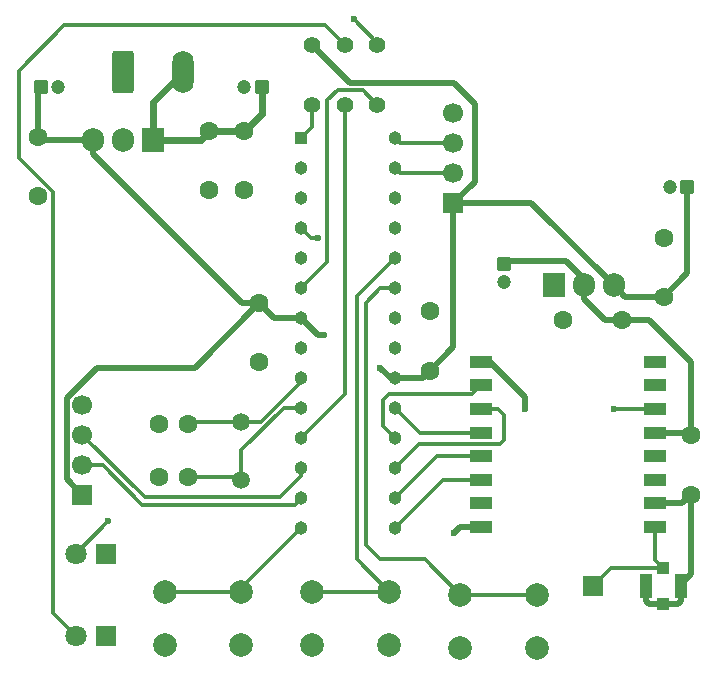
<source format=gtl>
%TF.GenerationSoftware,KiCad,Pcbnew,9.0.5-9.0.5~ubuntu24.04.1*%
%TF.CreationDate,2025-11-05T16:31:40+03:00*%
%TF.ProjectId,Lora-Based pump control circuit,4c6f7261-2d42-4617-9365-642070756d70,1.0*%
%TF.SameCoordinates,Original*%
%TF.FileFunction,Copper,L1,Top*%
%TF.FilePolarity,Positive*%
%FSLAX46Y46*%
G04 Gerber Fmt 4.6, Leading zero omitted, Abs format (unit mm)*
G04 Created by KiCad (PCBNEW 9.0.5-9.0.5~ubuntu24.04.1) date 2025-11-05 16:31:40*
%MOMM*%
%LPD*%
G01*
G04 APERTURE LIST*
G04 Aperture macros list*
%AMRoundRect*
0 Rectangle with rounded corners*
0 $1 Rounding radius*
0 $2 $3 $4 $5 $6 $7 $8 $9 X,Y pos of 4 corners*
0 Add a 4 corners polygon primitive as box body*
4,1,4,$2,$3,$4,$5,$6,$7,$8,$9,$2,$3,0*
0 Add four circle primitives for the rounded corners*
1,1,$1+$1,$2,$3*
1,1,$1+$1,$4,$5*
1,1,$1+$1,$6,$7*
1,1,$1+$1,$8,$9*
0 Add four rect primitives between the rounded corners*
20,1,$1+$1,$2,$3,$4,$5,0*
20,1,$1+$1,$4,$5,$6,$7,0*
20,1,$1+$1,$6,$7,$8,$9,0*
20,1,$1+$1,$8,$9,$2,$3,0*%
G04 Aperture macros list end*
%TA.AperFunction,ComponentPad*%
%ADD10C,1.600000*%
%TD*%
%TA.AperFunction,ComponentPad*%
%ADD11RoundRect,0.250000X0.350000X0.350000X-0.350000X0.350000X-0.350000X-0.350000X0.350000X-0.350000X0*%
%TD*%
%TA.AperFunction,ComponentPad*%
%ADD12C,1.200000*%
%TD*%
%TA.AperFunction,ComponentPad*%
%ADD13C,2.000000*%
%TD*%
%TA.AperFunction,ComponentPad*%
%ADD14C,1.400000*%
%TD*%
%TA.AperFunction,ComponentPad*%
%ADD15R,1.700000X1.700000*%
%TD*%
%TA.AperFunction,ComponentPad*%
%ADD16C,1.700000*%
%TD*%
%TA.AperFunction,ComponentPad*%
%ADD17RoundRect,0.250000X-0.650000X-1.550000X0.650000X-1.550000X0.650000X1.550000X-0.650000X1.550000X0*%
%TD*%
%TA.AperFunction,ComponentPad*%
%ADD18O,1.800000X3.600000*%
%TD*%
%TA.AperFunction,SMDPad,CuDef*%
%ADD19R,1.950000X1.050000*%
%TD*%
%TA.AperFunction,ComponentPad*%
%ADD20C,1.500000*%
%TD*%
%TA.AperFunction,ComponentPad*%
%ADD21R,1.905000X2.000000*%
%TD*%
%TA.AperFunction,ComponentPad*%
%ADD22O,1.905000X2.000000*%
%TD*%
%TA.AperFunction,ComponentPad*%
%ADD23RoundRect,0.250000X-0.350000X-0.350000X0.350000X-0.350000X0.350000X0.350000X-0.350000X0.350000X0*%
%TD*%
%TA.AperFunction,ComponentPad*%
%ADD24R,1.800000X1.800000*%
%TD*%
%TA.AperFunction,ComponentPad*%
%ADD25C,1.800000*%
%TD*%
%TA.AperFunction,SMDPad,CuDef*%
%ADD26R,1.000000X1.000000*%
%TD*%
%TA.AperFunction,SMDPad,CuDef*%
%ADD27R,1.050000X2.000000*%
%TD*%
%TA.AperFunction,ComponentPad*%
%ADD28RoundRect,0.250000X-0.350000X0.350000X-0.350000X-0.350000X0.350000X-0.350000X0.350000X0.350000X0*%
%TD*%
%TA.AperFunction,ComponentPad*%
%ADD29R,1.133000X1.133000*%
%TD*%
%TA.AperFunction,ComponentPad*%
%ADD30C,1.133000*%
%TD*%
%TA.AperFunction,ViaPad*%
%ADD31C,0.600000*%
%TD*%
%TA.AperFunction,Conductor*%
%ADD32C,0.500000*%
%TD*%
%TA.AperFunction,Conductor*%
%ADD33C,0.300000*%
%TD*%
%TA.AperFunction,Conductor*%
%ADD34C,0.600000*%
%TD*%
G04 APERTURE END LIST*
D10*
%TO.P,C2,1*%
%TO.N,Net-(IC1-PB7_(PCINT7{slash}XTAL2{slash}TOSC2))*%
X127000000Y-101250000D03*
%TO.P,C2,2*%
%TO.N,GND*%
X124500000Y-101250000D03*
%TD*%
%TO.P,C12,1*%
%TO.N,GND*%
X167250000Y-81000000D03*
%TO.P,C12,2*%
%TO.N,+5V*%
X167250000Y-86000000D03*
%TD*%
D11*
%TO.P,C10,1*%
%TO.N,VCC*%
X133250000Y-68250000D03*
D12*
%TO.P,C10,2*%
%TO.N,GND*%
X131750000Y-68250000D03*
%TD*%
D13*
%TO.P,SW3,1,1*%
%TO.N,BTN_mode*%
X137500000Y-111000000D03*
X144000000Y-111000000D03*
%TO.P,SW3,2,2*%
%TO.N,GND*%
X137500000Y-115500000D03*
X144000000Y-115500000D03*
%TD*%
D10*
%TO.P,C3,1*%
%TO.N,+5V*%
X133000000Y-86570000D03*
%TO.P,C3,2*%
%TO.N,GND*%
X133000000Y-91570000D03*
%TD*%
D14*
%TO.P,R2,1*%
%TO.N,Net-(IC1-PD5_(PCINT21{slash}OC0B{slash}T1))*%
X140250000Y-69750000D03*
%TO.P,R2,2*%
%TO.N,/GREEN led_A*%
X140250000Y-64670000D03*
%TD*%
D10*
%TO.P,C1,1*%
%TO.N,Net-(IC1-PB6_(PCINT6{slash}XTAL1{slash}TOSC1))*%
X127000000Y-96750000D03*
%TO.P,C1,2*%
%TO.N,GND*%
X124500000Y-96750000D03*
%TD*%
D15*
%TO.P,J1,1,Pin_1*%
%TO.N,+5V*%
X118000000Y-102750000D03*
D16*
%TO.P,J1,2,Pin_2*%
%TO.N,TRIG*%
X118000000Y-100210000D03*
%TO.P,J1,3,Pin_3*%
%TO.N,ECHO*%
X118000000Y-97670000D03*
%TO.P,J1,4,Pin_4*%
%TO.N,GND*%
X118000000Y-95130000D03*
%TD*%
D14*
%TO.P,R1,1*%
%TO.N,+5V*%
X137500000Y-64670000D03*
%TO.P,R1,2*%
%TO.N,Net-(IC1-PC6_(PCINT14{slash}~{RESET)})*%
X137500000Y-69750000D03*
%TD*%
%TO.P,R3,1*%
%TO.N,Net-(IC1-PD4_(PCINT20{slash}XCK{slash}T0))*%
X143000000Y-69750000D03*
%TO.P,R3,2*%
%TO.N,/RED led_A*%
X143000000Y-64670000D03*
%TD*%
D10*
%TO.P,C6,1*%
%TO.N,GND*%
X131750000Y-77000000D03*
%TO.P,C6,2*%
%TO.N,VCC*%
X131750000Y-72000000D03*
%TD*%
D15*
%TO.P,J3,1,Pin_1*%
%TO.N,+5V*%
X149450000Y-78050000D03*
D16*
%TO.P,J3,2,Pin_2*%
%TO.N,SDA*%
X149450000Y-75510000D03*
%TO.P,J3,3,Pin_3*%
%TO.N,SCL*%
X149450000Y-72970000D03*
%TO.P,J3,4,Pin_4*%
%TO.N,GND*%
X149450000Y-70430000D03*
%TD*%
D17*
%TO.P,J2,1,Pin_1*%
%TO.N,GND*%
X121500000Y-67000000D03*
D18*
%TO.P,J2,2,Pin_2*%
%TO.N,VCC*%
X126580000Y-67000000D03*
%TD*%
D13*
%TO.P,SW2,1,1*%
%TO.N,BTN_dec*%
X150000000Y-111250000D03*
X156500000Y-111250000D03*
%TO.P,SW2,2,2*%
%TO.N,GND*%
X150000000Y-115750000D03*
X156500000Y-115750000D03*
%TD*%
D19*
%TO.P,U1,1,GND*%
%TO.N,GND*%
X151750000Y-91500000D03*
%TO.P,U1,2,MISO*%
%TO.N,MISO*%
X151750000Y-93500000D03*
%TO.P,U1,3,MOSI*%
%TO.N,MOSI*%
X151750000Y-95500000D03*
%TO.P,U1,4,SCK*%
%TO.N,SCK*%
X151750000Y-97500000D03*
%TO.P,U1,5,NSS*%
%TO.N,NSS*%
X151750000Y-99500000D03*
%TO.P,U1,6,RESET*%
%TO.N,RESET*%
X151750000Y-101500000D03*
%TO.P,U1,7,DIO5*%
%TO.N,unconnected-(U1-DIO5-Pad7)*%
X151750000Y-103500000D03*
%TO.P,U1,8,GND@1*%
%TO.N,GND*%
X151750000Y-105500000D03*
%TO.P,U1,9,ANT*%
%TO.N,Net-(J4-SIGNAL)*%
X166550000Y-105500000D03*
%TO.P,U1,10,GND@2*%
%TO.N,GND*%
X166550000Y-103500000D03*
%TO.P,U1,11,DIO3*%
%TO.N,unconnected-(U1-DIO3-Pad11)*%
X166550000Y-101500000D03*
%TO.P,U1,12,DIO4*%
%TO.N,unconnected-(U1-DIO4-Pad12)*%
X166550000Y-99500000D03*
%TO.P,U1,13,3_3V*%
%TO.N,+3V3*%
X166550000Y-97500000D03*
%TO.P,U1,14,DIO0*%
%TO.N,DIO0*%
X166550000Y-95500000D03*
%TO.P,U1,15,DIO1*%
%TO.N,unconnected-(U1-DIO1-Pad15)*%
X166550000Y-93500000D03*
%TO.P,U1,16,DIO2*%
%TO.N,unconnected-(U1-DIO2-Pad16)*%
X166550000Y-91500000D03*
%TD*%
D20*
%TO.P,Y1,1,1*%
%TO.N,Net-(IC1-PB7_(PCINT7{slash}XTAL2{slash}TOSC2))*%
X131500000Y-101500000D03*
%TO.P,Y1,2,2*%
%TO.N,Net-(IC1-PB6_(PCINT6{slash}XTAL1{slash}TOSC1))*%
X131500000Y-96620000D03*
%TD*%
D21*
%TO.P,U3,1,VI*%
%TO.N,VCC*%
X124040000Y-72700000D03*
D22*
%TO.P,U3,2,GND*%
%TO.N,GND*%
X121500000Y-72700000D03*
%TO.P,U3,3,VO*%
%TO.N,+5V*%
X118960000Y-72700000D03*
%TD*%
D23*
%TO.P,C11,1*%
%TO.N,+5V*%
X114500000Y-68250000D03*
D12*
%TO.P,C11,2*%
%TO.N,GND*%
X116000000Y-68250000D03*
%TD*%
D24*
%TO.P,D2,1,K*%
%TO.N,GND*%
X120000000Y-114750000D03*
D25*
%TO.P,D2,2,A*%
%TO.N,/GREEN led_A*%
X117460000Y-114750000D03*
%TD*%
D15*
%TO.P,J5,1,Pin_1*%
%TO.N,Net-(J4-SIGNAL)*%
X161250000Y-110500000D03*
%TD*%
D10*
%TO.P,C13,1*%
%TO.N,GND*%
X158750000Y-88000000D03*
%TO.P,C13,2*%
%TO.N,+3V3*%
X163750000Y-88000000D03*
%TD*%
D26*
%TO.P,J4,1,SIGNAL*%
%TO.N,Net-(J4-SIGNAL)*%
X167225000Y-109000000D03*
D27*
%TO.P,J4,2,GND_1*%
%TO.N,GND*%
X165750000Y-110500000D03*
D26*
%TO.P,J4,3,GND_2*%
X167225000Y-112000000D03*
D27*
%TO.P,J4,4,GND_3*%
X168700000Y-110500000D03*
%TD*%
D21*
%TO.P,U2,1,GND*%
%TO.N,GND*%
X157920000Y-85000000D03*
D22*
%TO.P,U2,2,VO*%
%TO.N,+3V3*%
X160460000Y-85000000D03*
%TO.P,U2,3,VI*%
%TO.N,+5V*%
X163000000Y-85000000D03*
%TD*%
D24*
%TO.P,D1,1,K*%
%TO.N,GND*%
X120000000Y-107750000D03*
D25*
%TO.P,D1,2,A*%
%TO.N,/RED led_A*%
X117460000Y-107750000D03*
%TD*%
D10*
%TO.P,C9,1*%
%TO.N,GND*%
X128750000Y-77000000D03*
%TO.P,C9,2*%
%TO.N,VCC*%
X128750000Y-72000000D03*
%TD*%
%TO.P,C5,1*%
%TO.N,GND*%
X114250000Y-77500000D03*
%TO.P,C5,2*%
%TO.N,+5V*%
X114250000Y-72500000D03*
%TD*%
D11*
%TO.P,C7,1*%
%TO.N,+5V*%
X169250000Y-76750000D03*
D12*
%TO.P,C7,2*%
%TO.N,GND*%
X167750000Y-76750000D03*
%TD*%
D13*
%TO.P,SW1,1,1*%
%TO.N,BTN_inc*%
X125000000Y-111000000D03*
X131500000Y-111000000D03*
%TO.P,SW1,2,2*%
%TO.N,GND*%
X125000000Y-115500000D03*
X131500000Y-115500000D03*
%TD*%
D28*
%TO.P,C8,1*%
%TO.N,+3V3*%
X153750000Y-83250000D03*
D12*
%TO.P,C8,2*%
%TO.N,GND*%
X153750000Y-84750000D03*
%TD*%
D29*
%TO.P,IC1,1,PC6_(PCINT14/~{RESET)}*%
%TO.N,Net-(IC1-PC6_(PCINT14{slash}~{RESET)})*%
X136562000Y-72560000D03*
D30*
%TO.P,IC1,2,PD0_(PCINT16/RXD)*%
%TO.N,unconnected-(IC1-PD0_(PCINT16{slash}RXD)-Pad2)*%
X136562000Y-75100000D03*
%TO.P,IC1,3,PD1_(PCINT17/TXD)*%
%TO.N,unconnected-(IC1-PD1_(PCINT17{slash}TXD)-Pad3)*%
X136562000Y-77640000D03*
%TO.P,IC1,4,PD2_(PCINT18/INT0)*%
%TO.N,DIO0*%
X136562000Y-80180000D03*
%TO.P,IC1,5,PD3_(PCINT19/OC2B/INT1)*%
%TO.N,unconnected-(IC1-PD3_(PCINT19{slash}OC2B{slash}INT1)-Pad5)*%
X136562000Y-82720000D03*
%TO.P,IC1,6,PD4_(PCINT20/XCK/T0)*%
%TO.N,Net-(IC1-PD4_(PCINT20{slash}XCK{slash}T0))*%
X136562000Y-85260000D03*
%TO.P,IC1,7,VCC*%
%TO.N,+5V*%
X136562000Y-87800000D03*
%TO.P,IC1,8,GND_1*%
%TO.N,GND*%
X136562000Y-90340000D03*
%TO.P,IC1,9,PB6_(PCINT6/XTAL1/TOSC1)*%
%TO.N,Net-(IC1-PB6_(PCINT6{slash}XTAL1{slash}TOSC1))*%
X136562000Y-92880000D03*
%TO.P,IC1,10,PB7_(PCINT7/XTAL2/TOSC2)*%
%TO.N,Net-(IC1-PB7_(PCINT7{slash}XTAL2{slash}TOSC2))*%
X136562000Y-95420000D03*
%TO.P,IC1,11,PD5_(PCINT21/OC0B/T1)*%
%TO.N,Net-(IC1-PD5_(PCINT21{slash}OC0B{slash}T1))*%
X136562000Y-97960000D03*
%TO.P,IC1,12,PD6_(PCINT22/OC0A/AIN0)*%
%TO.N,ECHO*%
X136562000Y-100500000D03*
%TO.P,IC1,13,PD7_(PCINT23/AIN1)*%
%TO.N,TRIG*%
X136562000Y-103040000D03*
%TO.P,IC1,14,PB0_(PCINT0/CLKO/ICP1)*%
%TO.N,BTN_inc*%
X136562000Y-105580000D03*
%TO.P,IC1,15,PB1_(OC1A/PCINT1)*%
%TO.N,RESET*%
X144500000Y-105580000D03*
%TO.P,IC1,16,PB2_(~{SS}/OC1B/PCINT2)*%
%TO.N,NSS*%
X144500000Y-103040000D03*
%TO.P,IC1,17,PB3_(MOSI/OC2A/PCINT3)*%
%TO.N,MOSI*%
X144500000Y-100500000D03*
%TO.P,IC1,18,PB4_(MISO/PCINT4)*%
%TO.N,MISO*%
X144500000Y-97960000D03*
%TO.P,IC1,19,PB5_(SCK/PCINT5)*%
%TO.N,SCK*%
X144500000Y-95420000D03*
%TO.P,IC1,20,AVCC*%
%TO.N,+5V*%
X144500000Y-92880000D03*
%TO.P,IC1,21,AREF*%
%TO.N,unconnected-(IC1-AREF-Pad21)*%
X144500000Y-90340000D03*
%TO.P,IC1,22,GND_2*%
%TO.N,GND*%
X144500000Y-87800000D03*
%TO.P,IC1,23,PC0_(ADC0/PCINT8)*%
%TO.N,BTN_dec*%
X144500000Y-85260000D03*
%TO.P,IC1,24,PC1_(ADC1/PCINT9)*%
%TO.N,BTN_mode*%
X144500000Y-82720000D03*
%TO.P,IC1,25,PC2_(ADC2/PCINT10)*%
%TO.N,unconnected-(IC1-PC2_(ADC2{slash}PCINT10)-Pad25)*%
X144500000Y-80180000D03*
%TO.P,IC1,26,PC3_(ADC3/PCINT11)*%
%TO.N,unconnected-(IC1-PC3_(ADC3{slash}PCINT11)-Pad26)*%
X144500000Y-77640000D03*
%TO.P,IC1,27,PC4_(ADC4/SDA/PCINT12)*%
%TO.N,SDA*%
X144500000Y-75100000D03*
%TO.P,IC1,28,PC5_(ADC5/SCL/PCINT13)*%
%TO.N,SCL*%
X144500000Y-72560000D03*
%TD*%
D10*
%TO.P,C14,1*%
%TO.N,GND*%
X169550000Y-102750000D03*
%TO.P,C14,2*%
%TO.N,+3V3*%
X169550000Y-97750000D03*
%TD*%
%TO.P,C4,1*%
%TO.N,+5V*%
X147500000Y-92250000D03*
%TO.P,C4,2*%
%TO.N,GND*%
X147500000Y-87250000D03*
%TD*%
D31*
%TO.N,GND*%
X149500000Y-106000000D03*
X155500000Y-95500000D03*
%TO.N,+5V*%
X143250000Y-92000000D03*
X138500000Y-89250000D03*
%TO.N,/RED led_A*%
X141000000Y-62500000D03*
X120210000Y-105000000D03*
%TO.N,DIO0*%
X163000000Y-95500000D03*
X138000000Y-81000000D03*
%TD*%
D32*
%TO.N,GND*%
X165750000Y-110500000D02*
X165750000Y-111750000D01*
X166000000Y-112000000D02*
X167225000Y-112000000D01*
X155500000Y-95500000D02*
X155500000Y-94500000D01*
X168700000Y-110500000D02*
X168700000Y-110300000D01*
X166550000Y-103500000D02*
X168800000Y-103500000D01*
X165750000Y-111750000D02*
X166000000Y-112000000D01*
X168800000Y-103500000D02*
X169550000Y-102750000D01*
X151750000Y-105500000D02*
X150000000Y-105500000D01*
X168700000Y-111800000D02*
X168500000Y-112000000D01*
X169550000Y-109450000D02*
X169550000Y-102750000D01*
X168500000Y-112000000D02*
X167225000Y-112000000D01*
X114250000Y-77500000D02*
X114250000Y-77750000D01*
X150000000Y-105500000D02*
X149500000Y-106000000D01*
X168700000Y-110300000D02*
X169550000Y-109450000D01*
X152500000Y-91500000D02*
X151750000Y-91500000D01*
X168700000Y-110500000D02*
X168700000Y-111800000D01*
X155500000Y-94500000D02*
X152500000Y-91500000D01*
D33*
%TO.N,Net-(IC1-PB6_(PCINT6{slash}XTAL1{slash}TOSC1))*%
X131500000Y-96620000D02*
X133171480Y-96620000D01*
X127000000Y-96750000D02*
X127250000Y-96750000D01*
X136562000Y-93229480D02*
X136562000Y-92880000D01*
X127380000Y-96620000D02*
X131500000Y-96620000D01*
X127250000Y-96750000D02*
X127380000Y-96620000D01*
X133171480Y-96620000D02*
X136562000Y-93229480D01*
%TO.N,Net-(IC1-PB7_(PCINT7{slash}XTAL2{slash}TOSC2))*%
X131250000Y-101250000D02*
X131500000Y-101500000D01*
X131500000Y-101500000D02*
X131500000Y-99000000D01*
X135080000Y-95420000D02*
X136562000Y-95420000D01*
X127000000Y-101250000D02*
X131250000Y-101250000D01*
X131500000Y-99000000D02*
X135080000Y-95420000D01*
D32*
%TO.N,+5V*%
X140729000Y-67899000D02*
X149453946Y-67899000D01*
X136562000Y-87800000D02*
X134230000Y-87800000D01*
X138500000Y-89250000D02*
X138012000Y-89250000D01*
X137500000Y-64670000D02*
X140729000Y-67899000D01*
X118960000Y-73960000D02*
X131570000Y-86570000D01*
X151250000Y-76250000D02*
X149450000Y-78050000D01*
X144130000Y-92880000D02*
X143250000Y-92000000D01*
X134230000Y-87800000D02*
X133000000Y-86570000D01*
X127570000Y-92000000D02*
X133000000Y-86570000D01*
X147500000Y-92250000D02*
X149450000Y-90300000D01*
X114450000Y-72700000D02*
X114250000Y-72500000D01*
X118960000Y-72700000D02*
X114450000Y-72700000D01*
X164000000Y-86000000D02*
X163000000Y-85000000D01*
X131570000Y-86570000D02*
X133000000Y-86570000D01*
X167250000Y-86000000D02*
X169250000Y-84000000D01*
X167250000Y-86000000D02*
X164000000Y-86000000D01*
X138012000Y-89250000D02*
X136562000Y-87800000D01*
X119290108Y-92000000D02*
X127570000Y-92000000D01*
X116699000Y-101449000D02*
X116699000Y-94591108D01*
X144500000Y-92880000D02*
X146870000Y-92880000D01*
X116699000Y-94591108D02*
X119290108Y-92000000D01*
X118960000Y-72700000D02*
X118960000Y-73960000D01*
X149453946Y-67899000D02*
X151250000Y-69695054D01*
X118000000Y-102750000D02*
X116699000Y-101449000D01*
X149450000Y-78050000D02*
X156050000Y-78050000D01*
X114250000Y-72500000D02*
X114250000Y-68500000D01*
X149450000Y-90300000D02*
X149450000Y-78050000D01*
X114250000Y-68500000D02*
X114500000Y-68250000D01*
X156050000Y-78050000D02*
X163000000Y-85000000D01*
X169250000Y-84000000D02*
X169250000Y-76750000D01*
X144500000Y-92880000D02*
X144130000Y-92880000D01*
X146870000Y-92880000D02*
X147500000Y-92250000D01*
X151250000Y-69695054D02*
X151250000Y-76250000D01*
D34*
%TO.N,VCC*%
X128050000Y-72700000D02*
X128750000Y-72000000D01*
X131750000Y-72000000D02*
X133250000Y-70500000D01*
X133250000Y-70500000D02*
X133250000Y-68250000D01*
X124040000Y-72700000D02*
X124040000Y-69540000D01*
X124040000Y-72700000D02*
X128050000Y-72700000D01*
X124040000Y-69540000D02*
X126580000Y-67000000D01*
X128750000Y-72000000D02*
X131750000Y-72000000D01*
D32*
%TO.N,+3V3*%
X169550000Y-97750000D02*
X169550000Y-91550000D01*
X160460000Y-85000000D02*
X160460000Y-84460000D01*
X169550000Y-91550000D02*
X166000000Y-88000000D01*
X160460000Y-86210000D02*
X160460000Y-85000000D01*
X169300000Y-97500000D02*
X169550000Y-97750000D01*
X163750000Y-88000000D02*
X162250000Y-88000000D01*
X159000000Y-83000000D02*
X154000000Y-83000000D01*
X166550000Y-97500000D02*
X169300000Y-97500000D01*
X162250000Y-88000000D02*
X160460000Y-86210000D01*
X154000000Y-83000000D02*
X153750000Y-83250000D01*
X160460000Y-84460000D02*
X159000000Y-83000000D01*
X166000000Y-88000000D02*
X163750000Y-88000000D01*
D33*
%TO.N,/RED led_A*%
X120210000Y-105000000D02*
X117460000Y-107750000D01*
X143000000Y-64500000D02*
X141000000Y-62500000D01*
X143000000Y-64670000D02*
X143000000Y-64500000D01*
%TO.N,/GREEN led_A*%
X112651000Y-74273240D02*
X115500000Y-77122240D01*
X115500000Y-77122240D02*
X115500000Y-112790000D01*
X116500000Y-63000000D02*
X112651000Y-66849000D01*
X115500000Y-112790000D02*
X117460000Y-114750000D01*
X112651000Y-66849000D02*
X112651000Y-74273240D01*
X138580000Y-63000000D02*
X116500000Y-63000000D01*
X140250000Y-64670000D02*
X138580000Y-63000000D01*
%TO.N,DIO0*%
X136570000Y-80180000D02*
X136562000Y-80180000D01*
X138000000Y-81000000D02*
X137390000Y-81000000D01*
X137390000Y-81000000D02*
X136570000Y-80180000D01*
X163000000Y-95500000D02*
X166550000Y-95500000D01*
%TO.N,Net-(IC1-PD5_(PCINT21{slash}OC0B{slash}T1))*%
X140250000Y-94272000D02*
X136562000Y-97960000D01*
X140250000Y-69750000D02*
X140250000Y-94272000D01*
%TO.N,BTN_mode*%
X141250000Y-108250000D02*
X144000000Y-111000000D01*
X137500000Y-111000000D02*
X144000000Y-111000000D01*
X144500000Y-82720000D02*
X141250000Y-85970000D01*
X141250000Y-85970000D02*
X141250000Y-108250000D01*
%TO.N,Net-(IC1-PD4_(PCINT20{slash}XCK{slash}T0))*%
X138750000Y-69381831D02*
X138750000Y-83072000D01*
X139631831Y-68500000D02*
X138750000Y-69381831D01*
X143000000Y-69750000D02*
X141750000Y-68500000D01*
X141750000Y-68500000D02*
X139631831Y-68500000D01*
X138750000Y-83072000D02*
X136562000Y-85260000D01*
%TO.N,MISO*%
X151000000Y-94250000D02*
X144000000Y-94250000D01*
X144000000Y-94250000D02*
X143500000Y-94750000D01*
X143500000Y-94750000D02*
X143500000Y-96960000D01*
X151750000Y-93500000D02*
X151000000Y-94250000D01*
X143500000Y-96960000D02*
X144500000Y-97960000D01*
%TO.N,SCK*%
X151750000Y-97500000D02*
X146580000Y-97500000D01*
X146580000Y-97500000D02*
X144500000Y-95420000D01*
%TO.N,NSS*%
X151750000Y-99500000D02*
X148040000Y-99500000D01*
X148040000Y-99500000D02*
X144500000Y-103040000D01*
%TO.N,MOSI*%
X153750000Y-98125000D02*
X153375000Y-98500000D01*
X153750000Y-96000000D02*
X153750000Y-98125000D01*
X153375000Y-98500000D02*
X146500000Y-98500000D01*
X146500000Y-98500000D02*
X144500000Y-100500000D01*
X153250000Y-95500000D02*
X153750000Y-96000000D01*
X151750000Y-95500000D02*
X153250000Y-95500000D01*
%TO.N,ECHO*%
X134781000Y-103000000D02*
X123330000Y-103000000D01*
X123330000Y-103000000D02*
X118000000Y-97670000D01*
X136562000Y-100500000D02*
X136562000Y-100938000D01*
X136562000Y-101219000D02*
X134781000Y-103000000D01*
X136562000Y-100500000D02*
X136562000Y-101219000D01*
%TO.N,RESET*%
X148580000Y-101500000D02*
X144500000Y-105580000D01*
X151750000Y-101500000D02*
X148580000Y-101500000D01*
%TO.N,TRIG*%
X118040000Y-100250000D02*
X118000000Y-100210000D01*
X136562000Y-103040000D02*
X135995501Y-103606499D01*
X123106499Y-103606499D02*
X119750000Y-100250000D01*
X119750000Y-100250000D02*
X118040000Y-100250000D01*
X135995501Y-103606499D02*
X123106499Y-103606499D01*
%TO.N,SDA*%
X144910000Y-75510000D02*
X144500000Y-75100000D01*
X149450000Y-75510000D02*
X144910000Y-75510000D01*
X149040000Y-75100000D02*
X149450000Y-75510000D01*
%TO.N,Net-(IC1-PC6_(PCINT14{slash}~{RESET)})*%
X137500000Y-69750000D02*
X137500000Y-71622000D01*
X137500000Y-71622000D02*
X136562000Y-72560000D01*
%TO.N,BTN_dec*%
X143240000Y-85260000D02*
X142000000Y-86500000D01*
X143250000Y-108250000D02*
X147000000Y-108250000D01*
X144500000Y-85260000D02*
X143240000Y-85260000D01*
X142000000Y-107000000D02*
X143250000Y-108250000D01*
X150000000Y-111250000D02*
X156500000Y-111250000D01*
X147000000Y-108250000D02*
X150000000Y-111250000D01*
X142000000Y-86500000D02*
X142000000Y-107000000D01*
%TO.N,SCL*%
X149450000Y-72970000D02*
X144910000Y-72970000D01*
X144910000Y-72970000D02*
X144500000Y-72560000D01*
%TO.N,BTN_inc*%
X136562000Y-105580000D02*
X131500000Y-110642000D01*
X131500000Y-111000000D02*
X125000000Y-111000000D01*
X131500000Y-110642000D02*
X131500000Y-111000000D01*
%TO.N,Net-(J4-SIGNAL)*%
X162750000Y-109000000D02*
X161250000Y-110500000D01*
X166550000Y-105500000D02*
X166550000Y-108325000D01*
X167225000Y-109000000D02*
X162750000Y-109000000D01*
X166550000Y-108325000D02*
X167225000Y-109000000D01*
%TD*%
M02*

</source>
